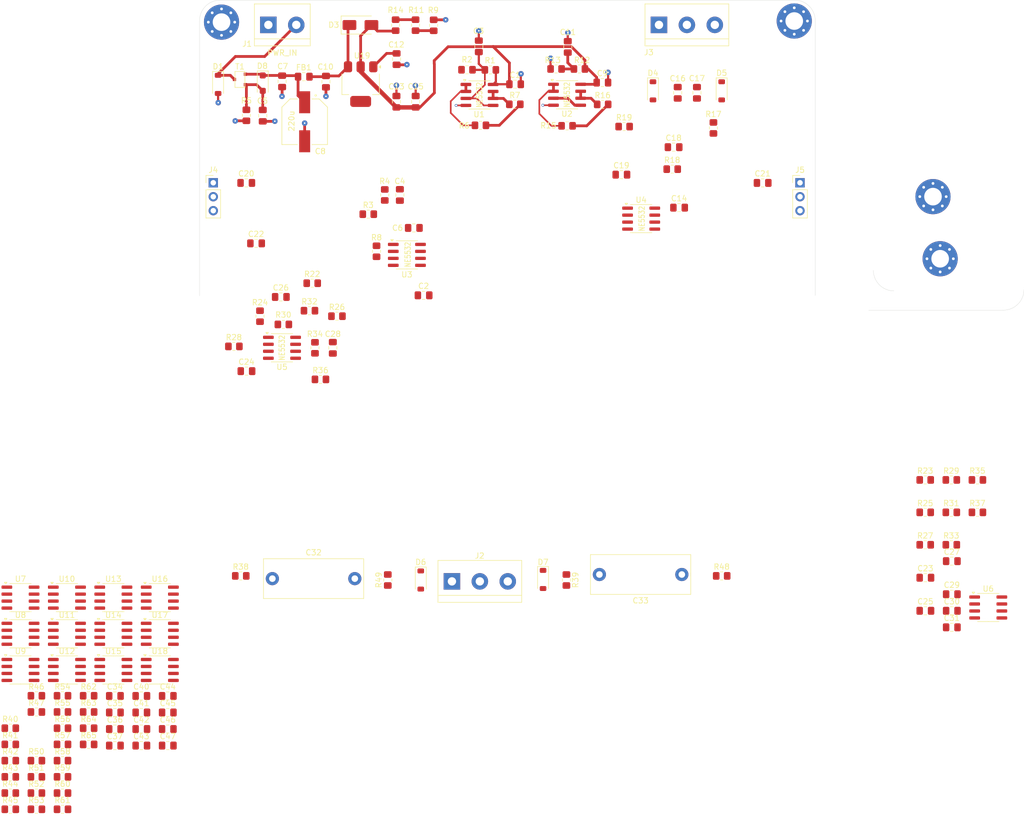
<source format=kicad_pcb>
(kicad_pcb (version 20240108) (generator "pcbnew") (generator_version "8.0")
  (layers (0 "F.Cu" signal) (31 "B.Cu" signal) (34 "B.Paste" user) (35 "F.Paste" user) (36 "B.SilkS" user "B.Silkscreen") (37 "F.SilkS" user "F.Silkscreen") (38 "B.Mask" user) (39 "F.Mask" user) (44 "Edge.Cuts" user))
  (net 0 "")
  (net 1 "GND")
  (net 2 "+15V")
  (net 3 "Net-(U1A-+)")
  (net 4 "Net-(U2A-+)")
  (net 5 "Net-(C4-Pad1)")
  (net 6 "AUDIO_IN_LEFT")
  (net 7 "Net-(D8-A)")
  (net 8 "AUDIO_IN_RIGHT")
  (net 9 "Net-(D8-K)")
  (net 10 "Net-(U3A-+)")
  (net 11 "Net-(C18-Pad1)")
  (net 12 "Net-(J5-Pin_1)")
  (net 13 "Net-(D4-A1)")
  (net 14 "INP_BUF_OUT_LEFT")
  (net 15 "Net-(J5-Pin_2)")
  (net 16 "Net-(D3-K)")
  (net 17 "Net-(U5A--)")
  (net 18 "Net-(J5-Pin_3)")
  (net 19 "Net-(U6A--)")
  (net 20 "Net-(U6B--)")
  (net 21 "Net-(J4-Pin_1)")
  (net 22 "INP_BUF_OUT_RIGHT")
  (net 23 "Net-(U19-ADJ)")
  (net 24 "Net-(J4-Pin_2)")
  (net 25 "Net-(U8A--)")
  (net 26 "Net-(U8B--)")
  (net 27 "Net-(C26-Pad2)")
  (net 28 "Net-(U7A--)")
  (net 29 "Net-(C27-Pad2)")
  (net 30 "Net-(C28-Pad2)")
  (net 31 "Net-(J4-Pin_3)")
  (net 32 "Net-(C29-Pad2)")
  (net 33 "AUDIO_OUT_LEFT")
  (net 34 "AUDIO_OUT_RIGHT")
  (net 35 "Net-(C32-Pad1)")
  (net 36 "Net-(D5-A1)")
  (net 37 "Vin")
  (net 38 "Net-(U1A--)")
  (net 39 "VBIAS_LEFT")
  (net 40 "Net-(U1B--)")
  (net 41 "Net-(U2A--)")
  (net 42 "VBIAS_RIGHT")
  (net 43 "Net-(U2B--)")
  (net 44 "Net-(U4A-+)")
  (net 45 "Net-(U3B--)")
  (net 46 "Net-(C33-Pad1)")
  (net 47 "Net-(U3B-+)")
  (net 48 "Net-(U5B--)")
  (net 49 "Net-(U5A-+)")
  (net 50 "Net-(U6A-+)")
  (net 51 "Net-(U6B-+)")
  (net 52 "Net-(U7B--)")
  (net 53 "Net-(U4B-+)")
  (net 54 "Net-(R11-Pad2)")
  (net 55 "PREAMP_OUT_RIGHT")
  (net 56 "PREAMP_OUT_LEFT")
  (net 57 "Net-(U10A--)")
  (net 58 "DRIVER_OUT_LEFT")
  (net 59 "Net-(U9A--)")
  (net 60 "Net-(U9B--)")
  (net 61 "Net-(U10B--)")
  (net 62 "Net-(U11A--)")
  (net 63 "Net-(U11B--)")
  (net 64 "Net-(U12A--)")
  (net 65 "Net-(U12B--)")
  (net 66 "Net-(U13A--)")
  (net 67 "Net-(U13B--)")
  (net 68 "Net-(U14A--)")
  (net 69 "Net-(U14B--)")
  (net 70 "DRIVER_OUT_RIGHT")
  (net 71 "Net-(U15A--)")
  (net 72 "Net-(U15B--)")
  (net 73 "Net-(U16A--)")
  (net 74 "Net-(U16B--)")
  (net 75 "Net-(U17A--)")
  (net 76 "Net-(U17B--)")
  (net 77 "Net-(U18A--)")
  (net 78 "Net-(U18B--)")
  (net 79 "Net-(U4B--)")
  (net 80 "Net-(U5B-+)")
  (footprint "Capacitor_SMD:C_0805_2012Metric_Pad1.18x1.45mm_HandSolder" (layer "F.Cu") (at 86.5375 85.5)
    (property "Reference" "C26")
    (property "Value" "10u")
  )
  (footprint "Package_SO:SOIC-8_3.9x4.9mm_P1.27mm" (layer "F.Cu") (at 47.62 153.365)
    (property "Reference" "U12")
    (property "Value" "NE5532")
  )
  (footprint "Resistor_SMD:R_0805_2012Metric_Pad1.20x1.40mm_HandSolder" (layer "F.Cu") (at 79.25 136.25)
    (property "Reference" "R38")
    (property "Value" "10")
  )
  (footprint "TerminalBlock:TerminalBlock_bornier-3_P5.08mm" (layer "F.Cu") (at 155.34 36)
    (property "Reference" "J3")
    (property "Value" "Audio_IN")
  )
  (footprint "Package_SO:SOIC-8_3.9x4.9mm_P1.27mm" (layer "F.Cu") (at 215.25 142)
    (property "Reference" "U6")
    (property "Value" "NE5532")
  )
  (footprint "TerminalBlock:TerminalBlock_bornier-2_P5.08mm" (layer "F.Cu") (at 84.27 36)
    (property "Reference" "J1")
    (property "Value" "PWR_IN")
  )
  (footprint "Capacitor_SMD:C_0805_2012Metric_Pad1.18x1.45mm_HandSolder" (layer "F.Cu") (at 61.16 161.105)
    (property "Reference" "C41")
    (property "Value" "100n")
  )
  (footprint "Resistor_SMD:R_0805_2012Metric_Pad1.20x1.40mm_HandSolder" (layer "F.Cu") (at 46.82 169.865)
    (property "Reference" "R58")
    (property "Value" "1")
  )
  (footprint "Resistor_SMD:R_0805_2012Metric_Pad1.20x1.40mm_HandSolder" (layer "F.Cu") (at 80.275 52.45 -90)
    (property "Reference" "R5")
    (property "Value" "100k")
  )
  (footprint "Resistor_SMD:R_0805_2012Metric_Pad1.20x1.40mm_HandSolder" (layer "F.Cu") (at 46.82 172.815)
    (property "Reference" "R59")
    (property "Value" "1")
  )
  (footprint "Resistor_SMD:R_0805_2012Metric_Pad1.20x1.40mm_HandSolder" (layer "F.Cu") (at 42.07 175.765)
    (property "Reference" "R52")
    (property "Value" "1")
  )
  (footprint "Capacitor_SMD:C_0805_2012Metric_Pad1.18x1.45mm_HandSolder" (layer "F.Cu") (at 94.75 46.325 90)
    (property "Reference" "C10")
    (property "Value" "100n")
  )
  (footprint "Capacitor_SMD:C_0805_2012Metric_Pad1.18x1.45mm_HandSolder" (layer "F.Cu") (at 61.16 167.125)
    (property "Reference" "C43")
    (property "Value" "100n")
  )
  (footprint "Capacitor_SMD:C_0805_2012Metric_Pad1.18x1.45mm_HandSolder" (layer "F.Cu") (at 148.5 63.25)
    (property "Reference" "C19")
    (property "Value" "4.7u")
  )
  (footprint "Package_SO:SOIC-8_3.9x4.9mm_P1.27mm" (layer "F.Cu") (at 64.52 146.785)
    (property "Reference" "U17")
    (property "Value" "NE5532")
  )
  (footprint "Package_SO:SOIC-8_3.9x4.9mm_P1.27mm" (layer "F.Cu") (at 56.07 146.785)
    (property "Reference" "U14")
    (property "Value" "NE5532")
  )
  (footprint "Resistor_SMD:R_0805_2012Metric_Pad1.20x1.40mm_HandSolder" (layer "F.Cu") (at 208.53 130.59)
    (property "Reference" "R33")
    (property "Value" "1k")
  )
  (footprint "Package_SO:SOIC-8_3.9x4.9mm_P1.27mm" (layer "F.Cu") (at 138.62 48.715)
    (property "Reference" "U2")
    (property "Value" "NE5532")
  )
  (footprint "Diode_SMD:D_SMA" (layer "F.Cu") (at 101.025 36.025)
    (property "Reference" "D3")
    (property "Value" "1N4007")
  )
  (footprint "Capacitor_SMD:C_0805_2012Metric_Pad1.18x1.45mm_HandSolder" (layer "F.Cu") (at 111.075 49.975 -90)
    (property "Reference" "C15")
    (property "Value" "100n")
  )
  (footprint "Capacitor_SMD:C_0805_2012Metric_Pad1.18x1.45mm_HandSolder" (layer "F.Cu") (at 82.0375 75.75)
    (property "Reference" "C22")
    (property "Value" "10u")
  )
  (footprint "Capacitor_SMD:C_0805_2012Metric_Pad1.18x1.45mm_HandSolder" (layer "F.Cu") (at 145.045 46.495)
    (property "Reference" "C9")
    (property "Value" "100n")
  )
  (footprint "Resistor_SMD:R_0805_2012Metric_Pad1.20x1.40mm_HandSolder" (layer "F.Cu") (at 122.8625 54.275)
    (property "Reference" "R6")
    (property "Value" "10")
  )
  (footprint "Diode_SMD:D_SOD-123" (layer "F.Cu") (at 75.125 46.825 -90)
    (property "Reference" "D1")
    (property "Value" "SMF24A" (hide yes))
  )
  (footprint "Resistor_SMD:R_0805_2012Metric_Pad1.20x1.40mm_HandSolder" (layer "F.Cu") (at 42.07 169.865)
    (property "Reference" "R50")
    (property "Value" "1")
  )
  (footprint "Resistor_SMD:R_0805_2012Metric_Pad1.20x1.40mm_HandSolder" (layer "F.Cu") (at 138.5 137 -90)
    (property "Reference" "R39")
    (property "Value" "10k")
  )
  (footprint "Capacitor_SMD:C_0805_2012Metric_Pad1.18x1.45mm_HandSolder" (layer "F.Cu") (at 203.81 136.58)
    (property "Reference" "C23")
    (property "Value" "10u")
  )
  (footprint "Resistor_SMD:R_0805_2012Metric_Pad1.20x1.40mm_HandSolder" (layer "F.Cu") (at 145.095 50.465)
    (property "Reference" "R16")
    (property "Value" "10")
  )
  (footprint "Diode_SMD:D_SOD-123" (layer "F.Cu") (at 112 137 -90)
    (property "Reference" "D6")
    (property "Value" "SMF24A")
  )
  (footprint "Resistor_SMD:R_0805_2012Metric_Pad1.20x1.40mm_HandSolder" (layer "F.Cu") (at 165.25 54.75 -90)
    (property "Reference" "R17")
    (property "Value" "100")
  )
  (footprint "TerminalBlock:TerminalBlock_bornier-3_P5.08mm" (layer "F.Cu") (at 117.67 137.25)
    (property "Reference" "J2")
    (property "Value" "Headphone_IN")
  )
  (footprint "MountingHole:MountingHole_3.2mm_M3_Pad_Via" (layer "F.Cu") (at 75.75 35.5)
    (property "Reference" "H1" (hide yes))
    (property "Value" "MountingHole_Pad" (hide yes))
  )
  (footprint "Capacitor_SMD:C_0805_2012Metric_Pad1.18x1.45mm_HandSolder" (layer "F.Cu") (at 56.35 158.095)
    (property "Reference" "C34")
    (property "Value" "100n")
  )
  (footprint "Resistor_SMD:R_0805_2012Metric_Pad1.20x1.40mm_HandSolder" (layer "F.Cu") (at 37.32 169.865)
    (property "Reference" "R42")
    (property "Value" "1")
  )
  (footprint "Capacitor_THT:C_Rect_L18.0mm_W7.0mm_P15.00mm_FKS3_FKP3" (layer "F.Cu") (at 159.5 136 180)
    (property "Reference" "C33")
    (property "Value" "1u")
  )
  (footprint "Resistor_SMD:R_0805_2012Metric_Pad1.20x1.40mm_HandSolder" (layer "F.Cu") (at 51.57 163.965)
    (property "Reference" "R64")
    (property "Value" "1")
  )
  (footprint "Resistor_SMD:R_0805_2012Metric_Pad1.20x1.40mm_HandSolder" (layer "F.Cu") (at 37.32 163.965)
    (property "Reference" "R40")
    (property "Value" "1")
  )
  (footprint "MountingHole:MountingHole_3.2mm_M3_Pad_Via" (layer "F.Cu") (at 179.952944 35.297056)
    (property "Reference" "H2" (hide yes))
    (property "Value" "MountingHole_Pad" (hide yes))
  )
  (footprint "Resistor_SMD:R_0805_2012Metric_Pad1.20x1.40mm_HandSolder" (layer "F.Cu") (at 96.75 89)
    (property "Reference" "R26")
    (property "Value" "1k")
  )
  (footprint "Package_SO:SOIC-8_3.9x4.9mm_P1.27mm" (layer "F.Cu") (at 39.17 146.785)
    (property "Reference" "U8")
    (property "Value" "NE5532")
  )
  (footprint "Diode_SMD:D_SOD-123" (layer "F.Cu") (at 154.25 48 -90)
    (property "Reference" "D4")
    (property "Value" "SMF24A")
  )
  (footprint "Capacitor_SMD:C_0805_2012Metric_Pad1.18x1.45mm_HandSolder" (layer "F.Cu") (at 80.25 64.75)
    (property "Reference" "C20")
    (property "Value" "10u")
  )
  (footprint "Capacitor_SMD:C_0805_2012Metric_Pad1.18x1.45mm_HandSolder" (layer "F.Cu") (at 65.97 161.105)
    (property "Reference" "C45")
    (property "Value" "100n")
  )
  (footprint "Capacitor_SMD:C_0805_2012Metric_Pad1.18x1.45mm_HandSolder" (layer "F.Cu") (at 208.62 133.57)
    (property "Reference" "C27")
    (property "Value" "10u")
  )
  (footprint "Package_SO:SOIC-8_3.9x4.9mm_P1.27mm" (layer "F.Cu") (at 152.1 71.25)
    (property "Reference" "U4")
    (property "Value" "NE5532")
  )
  (footprint "Capacitor_SMD:C_0805_2012Metric_Pad1.18x1.45mm_HandSolder" (layer "F.Cu") (at 208.62 139.59)
    (property "Reference" "C29")
    (property "Value" "1n")
  )
  (footprint "Resistor_SMD:R_0805_2012Metric_Pad1.20x1.40mm_HandSolder" (layer "F.Cu") (at 46.82 178.715)
    (property "Reference" "R61")
    (property "Value" "1")
  )
  (footprint "Connector_PinHeader_2.54mm:PinHeader_1x03_P2.54mm_Vertical" (layer "F.Cu") (at 74.25 64.725)
    (property "Reference" "J4")
    (property "Value" "Conn_01x03" (hide yes))
  )
  (footprint "Resistor_SMD:R_0805_2012Metric_Pad1.20x1.40mm_HandSolder" (layer "F.Cu") (at 106 137 90)
    (property "Reference" "R49")
    (property "Value" "10k")
  )
  (footprint "Capacitor_SMD:C_0805_2012Metric_Pad1.18x1.45mm_HandSolder" (layer "F.Cu") (at 203.81 142.6)
    (property "Reference" "C25")
    (property "Value" "1n")
  )
  (footprint "Resistor_SMD:R_0805_2012Metric_Pad1.20x1.40mm_HandSolder" (layer "F.Cu") (at 208.53 124.69)
    (property "Reference" "R31")
    (property "Value" "3.3k")
  )
  (footprint "Resistor_SMD:R_0805_2012Metric_Pad1.20x1.40mm_HandSolder" (layer "F.Cu") (at 105.45 66.94 90)
    (property "Reference" "R4")
    (property "Value" "22k")
  )
  (footprint "Resistor_SMD:R_0805_2012Metric_Pad1.20x1.40mm_HandSolder" (layer "F.Cu") (at 124.6625 44.185 180)
    (property "Reference" "R1")
    (property "Value" "2.2k")
  )
  (footprint "Package_SO:SOIC-8_3.9x4.9mm_P1.27mm" (layer "F.Cu") (at 64.52 140.205)
    (property "Reference" "U16")
    (property "Value" "NE5532")
  )
  (footprint "Resistor_SMD:R_0805_2012Metric_Pad1.20x1.40mm_HandSolder" (layer "F.Cu") (at 107.425 36.05 90)
    (property "Reference" "R14")
    (property "Value" "240")
  )
  (footprint "Resistor_SMD:R_0805_2012Metric_Pad1.20x1.40mm_HandSolder" (layer "F.Cu") (at 136.62 44.02 180)
    (property "Reference" "R13")
    (property "Value" "2.2k")
  )
  (footprint "Resistor_SMD:R_0805_2012Metric_Pad1.20x1.40mm_HandSolder" (layer "F.Cu") (at 138.62 54.365)
    (property "Reference" "R15")
    (property "Value" "10")
  )
  (footprint "Resistor_SMD:R_0805_2012Metric_Pad1.20x1.40mm_HandSolder" (layer "F.Cu") (at 46.82 175.765)
    (property "Reference" "R60")
    (property "Value" "1")
  )
  (footprint "Package_SO:SOIC-8_3.9x4.9mm_P1.27mm" (layer "F.Cu") (at 122.6875 48.745)
    (property "Reference" "U1")
    (property "Value" "NE5532")
  )
  (footprint "Connector_PinHeader_2.54mm:PinHeader_1x03_P2.54mm_Vertical" (layer "F.Cu") (at 181 64.725)
    (property "Reference" "J5")
    (property "Value" "Conn_01x03" (hide yes))
  )
  (footprint "Package_SO:SOIC-8_3.9x4.9mm_P1.27mm" (layer "F.Cu") (at 39.17 153.365)
    (property "Reference" "U9")
    (property "Value" "NE5532")
  )
  (footprint "Capacitor_SMD:C_0805_2012Metric_Pad1.18x1.45mm_HandSolder" (layer "F.Cu") (at 65.97 158.095)
    (property "Reference" "C44")
    (property "Value" "100n")
  )
  (footprint "Resistor_SMD:R_0805_2012Metric_Pad1.20x1.40mm_HandSolder" (layer "F.Cu") (at 51.57 158.065)
    (property "Reference" "R62")
    (property "Value" "1")
  )
  (footprint "Resistor_SMD:R_0805_2012Metric_Pad1.20x1.40mm_HandSolder" (layer "F.Cu") (at 78 94.5)
    (property "Reference" "R28")
    (property "Value" "5.6k")
  )
  (footprint "Package_SO:SOIC-8_3.9x4.9mm_P1.27mm" (layer "F.Cu") (at 86.75 94.75)
    (property "Reference" "U5")
    (property "Value" "NE5532")
  )
  (footprint "Resistor_SMD:R_0805_2012Metric_Pad1.20x1.40mm_HandSolder" (layer "F.Cu") (at 166.75 136.25)
    (property "Reference" "R48")
    (property "Value" "10")
  )
  (footprint "Resistor_SMD:R_0805_2012Metric_Pad1.20x1.40mm_HandSolder" (layer "F.Cu") (at 203.78 124.69)
    (property "Reference" "R25")
    (property "Value" "1k")
  )
  (footprint "Resistor_SMD:R_0805_2012Metric_Pad1.20x1.40mm_HandSolder" (layer "F.Cu") (at 92.75 94.75 -90)
    (property "Reference" "R34")
    (property "Value" "3.3k")
  )
  (footprint "Resistor_SMD:R_0805_2012Metric_Pad1.20x1.40mm_HandSolder" (layer "F.Cu") (at 92.25 83)
    (property "Reference" "R22")
    (property "Value" "22k")
  )
  (footprint "Package_SO:SOIC-8_3.9x4.9mm_P1.27mm" (layer "F.Cu") (at 56.07 153.365)
    (property "Reference" "U15")
    (property "Value" "NE5532")
  )
  (footprint "Capacitor_THT:C_Rect_L18.0mm_W7.0mm_P15.00mm_FKS3_FKP3" (layer "F.Cu") (at 85 136.75)
    (property "Reference" "C32")
    (property "Value" "1u")
  )
  (footprint "Capacitor_SMD:C_0805_2012Metric_Pad1.18x1.45mm_HandSolder" (layer "F.Cu") (at 86.775 46.275 -90)
    (property "Reference" "C7")
    (property "Value" "100n")
  )
  (footprint "Resistor_SMD:R_0805_2012Metric_Pad1.20x1.40mm_HandSolder" (layer "F.Cu") (at 37.32 172.815)
    (property "Reference" "R43")
    (property "Value" "1")
  )
  (footprint "Footprint:EEE1EA221UP" (layer "F.Cu") (at 90.875 53.625 -90)
    (property "Reference" "C8")
    (property "Value" "220u")
  )
  (footprint "Resistor_SMD:R_0805_2012Metric_Pad1.20x1.40mm_HandSolder" (layer "F.Cu") (at 37.32 178.715)
    (property "Reference" "R45")
    (property "Value" "1")
  )
  (footprint "Resistor_SMD:R_0805_2012Metric_Pad1.20x1.40mm_HandSolder" (layer "F.Cu") (at 213.28 124.69)
    (property "Reference" "R37")
    (property "Value" "10")
  )
  (footprint "Resistor_SMD:R_0805_2012Metric_Pad1.20x1.40mm_HandSolder" (layer "F.Cu") (at 93.75 100.5)
    (property "Reference" "R36")
    (property "Value" "10")
  )
  (footprint "Resistor_SMD:R_0805_2012Metric_Pad1.20x1.40mm_HandSolder" (layer "F.Cu") (at 208.53 118.79)
    (property "Reference" "R29")
    (property "Value" "5.6k")
  )
  (footprint "Resistor_SMD:R_0805_2012Metric_Pad1.20x1.40mm_HandSolder" (layer "F.Cu") (at 91.75 88)
    (property "Reference" "R32")
    (property "Value" "1k")
  )
  (footprint "Resistor_SMD:R_0805_2012Metric_Pad1.20x1.40mm_HandSolder" (layer "F.Cu") (at 46.82 158.065)
    (property "Reference" "R54")
    (property "Value" "1")
  )
  (footprint "Package_SO:SOIC-8_3.9x4.9mm_P1.27mm" (layer "F.Cu") (at 109.475 77.845)
    (property "Reference" "U3")
    (property "Value" "NE5532")
  )
  (footprint "Resistor_SMD:R_0805_2012Metric_Pad1.20x1.40mm_HandSolder" (layer "F.Cu") (at 42.07 172.815)
    (property "Reference" "R51")
    (property "Value" "1")
  )
  (footprint "Capacitor_SMD:C_0805_2012Metric_Pad1.18x1.45mm_HandSolder" (layer "F.Cu") (at 80.2875 99)
    (property "Reference" "C24")
    (property "Value" "1n")
  )
  (footprint "Capacitor_SMD:C_0805_2012Metric_Pad1.18x1.45mm_HandSolder" (layer "F.Cu") (at 110.7375 72.94 180)
    (property "Reference" "C6")
    (property "Value" "4.7u")
  )
  (footprint "Resistor_SMD:R_0805_2012Metric_Pad1.20x1.40mm_HandSolder" (layer "F.Cu") (at 203.78 118.79)
    (property "Reference" "R23")
    (property "Value" "22k")
  )
  (footprint "Capacitor_SMD:C_0805_2012Metric_Pad1.18x1.45mm_HandSolder" (layer "F.Cu") (at 107.6 42.225 90)
    (property "Reference" "C12")
    (property "Value" "100n")
  )
  (footprint "Resistor_SMD:R_0805_2012Metric_Pad1.20x1.40mm_HandSolder" (layer "F.Cu") (at 120.4125 44.16 180)
    (property "Reference" "R2")
    (property "Value" "2.2k")
  )
  (footprint "Capacitor_SMD:C_0805_2012Metric_Pad1.18x1.45mm_HandSolder" (layer "F.Cu") (at 107.575 49.975 -90)
    (property "Reference" "C13")
    (property "Value" "1u")
  )
  (footprint "Resistor_SMD:R_0805_2012Metric_Pad1.20x1.40mm_HandSolder" (layer "F.Cu") (at 42.07 178.715)
    (property "Reference" "R53")
    (property "Value" "1")
  )
  (footprint "Resistor_SMD:R_0805_2012Metric_Pad1.20x1.40mm_HandSolder" (layer "F.Cu") (at 87 90.5 180)
    (property "Reference" "R30")
    (property "Value" "3.3k")
  )
  (footprint "Resistor_SMD:R_0805_2012Metric_Pad1.20x1.40mm_HandSolder" (layer "F.Cu") (at 46.82 163.965)
    (property "Reference" "R56")
    (property "Value" "1")
  )
  (footprint "MountingHole:MountingHole_3.2mm_M3_Pad_Via" (layer "F.Cu") (at 206.5 78.55)
    (property "Reference" "H4" (hide yes))
    (property "Value" "MountingHole_Pad" (hide yes))
  )
  (footprint "Capacitor_SMD:C_0805_2012Metric_Pad1.18x1.45mm_HandSolder" (layer "F.Cu") (at 61.16 158.095)
    (property "Reference" "C40")
    (property "Value" "100n")
  )
  (footprint "Capacitor_SMD:C_0805_2012Metric_Pad1.18x1.45mm_HandSolder" (layer "F.Cu") (at 56.35 167.125)
    (property "Reference" "C37")
    (property "Value" "100n")
  )
  (footprint "Resistor_SMD:R_0805_2012Metric_Pad1.20x1.40mm_HandSolder" (layer "F.Cu") (at 37.32 166.915)
    (property "Reference" "R41")
    (property "Value" "1")
  )
  (footprint "Capacitor_SMD:C_0805_2012Metric_Pad1.18x1.45mm_HandSolder" (layer "F.Cu") (at 159 69.25)
    (property "Reference" "C14")
    (property "Value" "100n")
  )
  (footprint "Resistor_SMD:R_0805_2012Metric_Pad1.20x1.40mm_HandSolder" (layer "F.Cu") (at 42.07 158.065)
    (property "Reference" "R46")
    (property "Value" "1")
  )
  (footprint "Resistor_SMD:R_0805_2012Metric_Pad1.20x1.40mm_HandSolder" (layer "F.Cu") (at 114.35 36.075 90)
    (property "Reference" "R9")
    (property "Value" "1.3k")
  )
  (footprint "Resistor_SMD:R_0805_2012Metric_Pad1.20x1.40mm_HandSolder" (layer "F.Cu") (at 140.87 44.02 180)
    (property "Reference" "R12")
    (property "Value" "2.2k")
  )
  (footprint "Resistor_SMD:R_0805_2012Metric_Pad1.20x1.40mm_HandSolder" (layer "F.Cu") (at 102.45 70.44)
    (property "Reference" "R3")
    (property "Value" "100")
  )
  (footprint "Capacitor_SMD:C_0805_2012Metric_Pad1.18x1.45mm_HandSolder" (layer "F.Cu") (at 158.75 48.35 90)
    (property "Reference" "C16")
    (property "Value" "100n")
  )
  (footprint "Package_SO:SOIC-8_3.9x4.9mm_P1.27mm" (layer "F.Cu") (at 56.07 140.205)
    (property "Reference" "U13")
    (property "Value" "NE5532")
  )
  (footprint "Resistor_SMD:R_0805_2012Metric_Pad1.20x1.40mm_HandSolder" (layer "F.Cu") (at 46.82 166.915)
    (property "Reference" "R57")
    (property "Value" "1")
  )
  (footprint "Resistor_SMD:R_0805_2012Metric_Pad1.20x1.40mm_HandSolder" (layer "F.Cu") (at 82.75 89 90)
    (property "Reference" "R24")
    (property "Value" "1k")
  )
  (footprint "Capacitor_SMD:C_0805_2012Metric_Pad1.18x1.45mm_HandSolder" (layer "F.Cu") (at 83.25 52.5125 -90)
    (property "Reference" "C5")
    (property "Value" "10u")
  )
  (footprint "Resistor_SMD:R_0805_2012Metric_Pad1.20x1.40mm_HandSolder" (layer "F.Cu") (at 51.57 166.915)
    (property "Reference" "R65")
    (property "Value" "1")
  )
  (footprint "Package_SO:SOIC-8_3.9x4.9mm_P1.27mm" (layer "F.Cu") (at 64.52 153.365)
    (property "Reference" "U18")
    (property "Value" "NE5532")
  )
  (footprint "Capacitor_SMD:C_0805_2012Metric_Pad1.18x1.45mm_HandSolder" (layer "F.Cu") (at 122.5625 39.9 90)
    (property "Reference" "C3")
    (property "Value" "10u")
  )
  (footprint "Package_SO:SOIC-8_3.9x4.9mm_P1.27mm" (layer "F.Cu") (at 47.62 146.785)
    (property "Reference" "U11")
    (property "Value" "NE5532")
  )
  (footprint "MountingHole:MountingHole_3.2mm_M3_Pad_Via" (layer "F.Cu") (at 205.197056 67.247056)
    (property "Reference" "H3" (hide yes))
    (property "Value" "MountingHole_Pad" (hide yes))
  )
  (footprint "Package_TO_SOT_SMD:SOT-223" (layer "F.Cu") (at 101.0625 46.775 -90)
    (property "Reference" "U19")
    (property "Value" "LM317_TO-252")
  )
  (footprint "Capacitor_SMD:C_0805_2012Metric_Pad1.18x1.45mm_HandSolder" (layer "F.Cu") (at 162.25 48.35 90)
    (property "Reference" "C17")
    (property "Value" "100n")
  )
  (footprint "Capacitor_SMD:C_0805_2012Metric_Pad1.18x1.45mm_HandSolder" (layer "F.Cu") (at 61.16 164.115)
    (property "Reference" "C42")
    (property "Value" "100n")
  )
  (footprint "Resistor_SMD:R_0805_2012Metric_Pad1.20x1.40mm_HandSolder" (layer "F.Cu") (at 42.07 161.015)
    (property "Reference" "R47")
    (property "Value" "1")
  )
  (footprint "Capacitor_SMD:C_0805_2012Metric_Pad1.18x1.45mm_HandSolder" (layer "F.Cu") (at 56.35 161.105)
    (property "Reference" "C35")
    (property "Value" "100n")
  )
  (footprint "Resistor_SMD:R_0805_2012Metric_Pad1.20x1.40mm_HandSolder" (layer "F.Cu") (at 203.78 130.59)
    (property "Reference" "R27")
    (property "Value" "1k")
  )
  (footprint "Capacitor_SMD:C_0805_2012Metric_Pad1.18x1.45mm_HandSolder" (layer "F.Cu") (at 138.745 40.0025 90)
    (property "Reference" "C11")
    (property "Value" "10u")
  )
  (footprint "Capacitor_SMD:C_0805_2012Metric_Pad1.18x1.45mm_HandSolder" (layer "F.Cu") (at 208.62 142.6)
    (property "Reference" "C30")
    (property "Value" "100n")
  )
  (footprint "Capacitor_SMD:C_0805_2012Metric_Pad1.18x1.45mm_HandSolder" (layer "F.Cu") (at 56.35 164.115)
    (property "Reference" "C36")
    (property "Value" "100n")
  )
  (footprint "Diode_SMD:D_SOD-123" (layer "F.Cu") (at 134.25 136.9 -90)
    (property "Reference" "D7")
    (property "Value" "SMF24A")
  )
  (footprint "Resistor_SMD:R_0805_2012Metric_Pad1.20x1.40mm_HandSolder" (layer "F.Cu") (at 51.57 161.015)
    (property "Reference" "R63")
    (property "Value" "1")
  )
  (footprint "Capacitor_SMD:C_0805_2012Metric_Pad1.18x1.45mm_HandSolder" (layer "F.Cu") (at 96 94.75 90)
    (property "Reference" "C28")
    (property "Value" "1n")
  )
  (footprint "Capacitor_SMD:C_0805_2012Metric_Pad1.18x1.45mm_HandSolder" (layer "F.Cu") (at 108.2 66.94 90)
    (property "Reference" "C4")
    (property "Value" "1n")
  )
  (footprint "Footprint:SSM3J338R_LF" (layer "F.Cu") (at 79.1 45.925 90)
    (property "Reference" "T1")
    (property "Value" "SSM3J338R_LF" (hide yes))
  )
  (footprint "Resistor_SMD:R_0805_2012Metric_Pad1.20x1.40mm_HandSolder" (layer "F.Cu") (at 111.05 36.05 -90)
    (property "Reference" "R11")
    (property "Value" "1.3k")
  )
  (footprint "Capacitor_SMD:C_0805_2012Metric_Pad1.18x1.45mm_HandSolder" (layer "F.Cu") (at 65.97 164.115)
    (property "Reference" "C46")
    (property "Value" "100n")
  )
  (footprint "Capacitor_SMD:C_0805_2012Metric_Pad1.18x1.45mm_HandSolder" (layer "F.Cu") (at 208.62 145.61)
    (property "Reference" "C31")
    (property "Value" "100n")
  )
  (footprint "Diode_SMD:D_SOD-123F" (layer "F.Cu") (at 83.25 46.6 -90)
    (property "Reference" "D8")
    (property "Value" "BZT52C7V5S" (hide yes))
  )
  (footprint "Capacitor_SMD:C_0805_2012Metric_Pad1.18x1.45mm_HandSolder" (layer "F.Cu") (at 65.97 167.125)
    (property "Reference" "C47")
    (property "Value" "100n")
  )
  (footprint "Resistor_SMD:R_0805_2012Metric_Pad1.20x1.40mm_HandSolder" (layer "F.Cu") (at 149 54.5)
    (property "Reference" "R19")
    (property "Value" "22k")
  )
  (footprint "Package_SO:SOIC-8_3.9x4.9mm_P1.27mm" (layer "F.Cu") (at 47.62 140.205)
    (property "Reference" "U10")
    (property "Value" "NE5532")
  )
  (footprint "Resistor_SMD:R_0805_2012Metric_Pad1.20x1.40mm_HandSolder" (layer "F.Cu") (at 37.32 175.765)
    (property "Reference" "R44")
    (property "Value" "1")
  )
  (footprint "Resistor_SMD:R_0805_2012Metric_Pad1.20x1.40mm_HandSolder" (layer "F.Cu") (at 213.28 118.79)
    (property "Reference" "R35")
    (property "Value" "3.3k")
  )
  (footprint "Capacitor_SMD:C_0805_2012Metric_Pad1.18x1.45mm_HandSolder" (layer "F.Cu") (at 174.2 64.75)
    (property "Reference" "C21")
    (property "Value" "10u")
  )
  (footprint "Resistor_SMD:R_0805_2012Metric_Pad1.20x1.40mm_HandSolder" (layer "F.Cu") (at 46.82 161.015)
    (property "Reference" "R55")
    (property "Value" "1")
  )
  (footprint "Package_SO:SOIC-8_3.9x4.9mm_P1.27mm" (layer "F.Cu") (at 39.17 140.205)
    (property "Reference" "U7")
    (property "Value" "NE5532")
  )
  (footprint "Resistor_SMD:R_0805_2012Metric_Pad1.20x1.40mm_HandSolder" (layer "F.Cu") (at 129.1125 50.45)
    (property "Reference" "R7")
    (property "Value" "10")
  )
  (footprint "Diode_SMD:D_SOD-123" (layer "F.Cu") (at 166.75 48 -90)
    (property "Reference" "D5")
    (property "Value" "SMF24A")
  )
  (footprint "Capacitor_SMD:C_0805_2012Metric_Pad1.18x1.45mm_HandSolder" (layer "F.Cu") (at 90.7125 45.425)
    (property "Reference" "FB1")
    (property "Value" "BLM21PG121SN1D")
  )
  (footprint "Capacitor_SMD:C_0805_2012Metric_Pad1.18x1.45mm_HandSolder" (layer "F.Cu") (at 112.5125 85.205)
    (property "Reference" "C2")
    (property "Value" "100n")
  )
  (footprint "Resistor_SMD:R_0805_2012Metric_Pad1.20x1.40mm_HandSolder" (layer "F.Cu") (at 103.95 77.19 -90)
    (property "Reference" "R8")
    (property "Value" "22k")
  )
  (footprint "Resistor_SMD:R_0805_2012Metric_Pad1.20x1.40mm_HandSolder" (layer "F.Cu") (at 157.75 62.25)
    (property "Reference" "R18")
    (property "Value" "22k")
  )
  (footprint "Capacitor_SMD:C_0805_2012Metric_Pad1.18x1.45mm_HandSolder" (layer "F.Cu") (at 158 58.25)
    (property "Reference" "C18")
    (property "Value" "1n")
  )
  (footprint "Capacitor_SMD:C_0805_2012Metric_Pad1.18x1.45mm_HandSolder" (layer "F.Cu") (at 129.1625 46.8)
    (property "Reference" "C1")
    (property "Value" "100n")
  )
  (gr_arc (start 71.75 35.25) (mid 72.84835 32.59835) (end 75.5 31.5) (stroke (width 0.05)) (layer "Edge.Cuts"))
  (gr_arc (start 198.1 84.4) (mid 195.44835 83.30165) (end 194.35 80.65) (stroke (width 0.05)) (layer "Edge.Cuts"))
  (gr_line (start 71.75 85.3) (end 71.75 35.3) (stroke (width 0.05)) (layer "Edge.Cuts"))
  (gr_arc (start 180.027944 31.497056) (mid 182.679581 32.595419) (end 183.777944 35.247056) (stroke (width 0.05)) (layer "Edge.Cuts"))
  (gr_line (start 193.5 87.9) (end 218 87.9) (stroke (width 0.05)) (layer "Edge.Cuts"))
  (gr_line (start 183.775 85.25) (end 183.775 35.25) (stroke (width 0.05)) (layer "Edge.Cuts"))
  (gr_arc (start 221.75 84.15) (mid 220.65165 86.80165) (end 218 87.9) (stroke (width 0.05)) (layer "Edge.Cuts"))
  (gr_line (start 75.5 31.5) (end 180 31.5) (stroke (width 0.05)) (layer "Edge.Cuts"))
  (segment (start 85.425 53.55) (end 85.45 53.525) (width 0.5) (layer "F.Cu") (net 1))
  (segment (start 107.6 43.2625) (end 109.4375 43.2625) (width 0.5) (layer "F.Cu") (net 1))
  (segment (start 75.125 48.475) (end 75.125 50.125) (width 0.4) (layer "F.Cu") (net 1))
  (segment (start 135.62 44.02) (end 135.62 42.065) (width 0.4) (layer "F.Cu") (net 1))
  (segment (start 122.5625 37.075) (end 122.5625 38.8625) (width 0.4) (layer "F.Cu") (net 1))
  (segment (start 146.0825 46.495) (end 146.0825 44.6525) (width 0.4) (layer "F.Cu") (net 1))
  (segment (start 111.075 48.9375) (end 111.075 47.1) (width 0.4) (layer "F.Cu") (net 1))
  (segment (start 109.4375 43.2625) (end 109.475 43.225) (width 0.5) (layer "F.Cu") (net 1))
  (segment (start 111.075 47.1) (end 111.025 47.05) (width 0.4) (layer "F.Cu") (net 1))
  (segment (start 78.275 53.45) (end 78.25 53.475) (width 0.5) (layer "F.Cu") (net 1))
  (segment (start 86.775 47.3125) (end 86.775 48.975) (width 0.5) (layer "F.Cu") (net 1))
  (segment (start 130.2 46.8) (end 130.2 44.9375) (width 0.4) (layer "F.Cu") (net 1))
  (segment (start 75.125 50.125) (end 75.15 50.15) (width 0.4) (layer "F.Cu") (net 1))
  (segment (start 90.875 53.875) (end 90.875 57.175) (width 0.5) (layer "F.Cu") (net 1))
  (segment (start 134.225 50.62) (end 134.22 50.615) (width 0.3) (layer "F.Cu") (net 1))
  (segment (start 120.2125 50.65) (end 118.4375 50.65) (width 0.3) (layer "F.Cu") (net 1))
  (segment (start 83.25 53.55) (end 85.425 53.55) (width 0.5) (layer "F.Cu") (net 1))
  (segment (start 146.0825 44.6525) (end 146.07 44.64) (width 0.4) (layer "F.Cu") (net 1))
  (segment (start 130.2 44.9375) (end 130.2375 44.9) (width 0.4) (layer "F.Cu") (net 1))
  (segment (start 138.745 37.44) (end 138.77 37.415) (width 0.4) (layer "F.Cu") (net 1))
  (segment (start 114.35 35.075) (end 116.525 35.075) (width 0.5) (layer "F.Cu") (net 1))
  (segment (start 94.75 47.5875) (end 94.75 49.25) (width 0.5) (layer "F.Cu") (net 1))
  (segment (start 107.575 48.9375) (end 107.575 47) (width 0.4) (layer "F.Cu") (net 1))
  (segment (start 138.745 38.965) (end 138.745 37.44) (width 0.4) (layer "F.Cu") (net 1))
  (segment (start 86.775 48.975) (end 86.75 49) (width 0.5) (layer "F.Cu") (net 1))
  (segment (start 80.275 53.45) (end 78.275 53.45) (width 0.5) (layer "F.Cu") (net 1))
  (segment (start 136.145 50.62) (end 134.225 50.62) (width 0.3) (layer "F.Cu") (net 1))
  (via (at 109.475 43.225) (size 1) (drill 0.3) (layers "F.Cu" "B.Cu") (net 1))
  (via (at 107.575 47) (size 1) (drill 0.3) (layers "F.Cu" "B.Cu") (net 1))
  (via (at 135.62 42.065) (size 1) (drill 0.3) (layers "F.Cu" "B.Cu") (net 1))
  (via (at 75.15 50.15) (size 1) (drill 0.3) (layers "F.Cu" "B.Cu") (net 1))
  (via (at 122.5625 37.075) (size 1) (drill 0.3) (layers "F.Cu" "B.Cu") (net 1))
  (via (at 118.4375 50.65) (size 0.5) (drill 0.3) (layers "F.Cu" "B.Cu") (net 1))
  (via (at 90.875 53.875) (size 1) (drill 0.3) (layers "F.Cu" "B.Cu") (net 1))
  (via (at 130.2375 44.9) (size 1) (drill 0.3) (layers "F.Cu" "B.Cu") (net 1))
  (via (at 85.45 53.525) (size 1) (drill 0.3) (layers "F.Cu" "B.Cu") (net 1))
  (via (at 111.025 47.05) (size 1) (drill 0.3) (layers "F.Cu" "B.Cu") (net 1))
  (via (at 146.07 44.64) (size 1) (drill 0.3) (layers "F.Cu" "B.Cu") (net 1))
  (via (at 138.77 37.415) (size 1) (drill 0.3) (layers "F.Cu" "B.Cu") (net 1))
  (via (at 134.22 50.615) (size 0.5) (drill 0.3) (layers "F.Cu" "B.Cu") (net 1))
  (via (at 86.75 49) (size 1) (drill 0.3) (layers "F.Cu" "B.Cu") (net 1))
  (via (at 94.75 49) (size 1) (drill 0.3) (layers "F.Cu" "B.Cu") (net 1))
  (via (at 116.525 35.075) (size 1) (drill 0.3) (layers "F.Cu" "B.Cu") (net 1))
  (via (at 78.25 53.475) (size 1) (drill 0.3) (layers "F.Cu" "B.Cu") (net 1))
  (segment (start 107.35 37.125) (end 107.425 37.05) (width 0.5) (layer "F.Cu") (net 2))
  (segment (start 111.075 51.0125) (end 111.8375 51.0125) (width 0.5) (layer "F.Cu") (net 2))
  (segment (start 125.6625 46.34) (end 125.1625 46.84) (width 0.4) (layer "F.Cu") (net 2))
  (segment (start 125.1625 39.95) (end 128.125 42.9125) (width 0.5) (layer "F.Cu") (net 2))
  (segment (start 103.025 36.025) (end 101.05 38) (width 0.5) (layer "F.Cu") (net 2))
  (segment (start 121.7875 39.95) (end 125.1625 39.95) (width 0.5) (layer "F.Cu") (net 2))
  (segment (start 114.475 48.375) (end 114.475 43.125) (width 0.5) (layer "F.Cu") (net 2))
  (segment (start 104.125 37.125) (end 107.35 37.125) (width 0.5) (layer "F.Cu") (net 2))
  (segment (start 114.475 43.125) (end 114.45 43.1) (width 0.4) (layer "F.Cu") (net 2))
  (segment (start 101.0625 38.1125) (end 101.0625 43.625) (width 0.5) (layer "F.Cu") (net 2))
  (segment (start 128.125 42.9125) (end 128.125 46.8) (width 0.5) (layer "F.Cu") (net 2))
  (segment (start 139.396166 39.9525) (end 141.87 42.426334) (width 0.5) (layer "F.Cu") (net 2))
  (segment (start 114.45 42.5) (end 116.975 39.975) (width 0.5) (layer "F.Cu") (net 2))
  (segment (start 128.125 46.8) (end 125.2025 46.8) (width 0.4) (layer "F.Cu") (net 2))
  (segment (start 125.1625 39.95) (end 125.165 39.9525) (width 0.4) (layer "F.Cu") (net 2))
  (segment (start 125.6625 44.185) (end 125.6625 46.34) (width 0.4) (layer "F.Cu") (net 2))
  (segment (start 141.87 42.426334) (end 141.87 44.02) (width 0.5) (layer "F.Cu") (net 2))
  (segment (start 143.6925 46.81) (end 144.0075 46.495) (width 0.5) (layer "F.Cu") (net 2))
  (segment (start 141.87 44.02) (end 142.475 44.02) (width 0.5) (layer "F.Cu") (net 2))
  (segment (start 144.0075 45.5525) (end 144.0075 46.495) (width 0.5) (layer "F.Cu") (net 2))
  (segment (start 125.2025 46.8) (end 125.1625 46.84) (width 0.4) (layer "F.Cu") (net 2))
  (segment (start 103.025 36.025) (end 104.125 37.125) (width 0.5) (layer "F.Cu") (net 2))
  (segment (start 101.05 38) (end 101.05 38.1) (width 0.5) (layer "F.Cu") (net 2))
  (segment (start 107.575 51.0125) (end 111.075 51.0125) (width 0.8) (layer "F.Cu") (net 2))
  (segment (start 121.7625 39.975) (end 121.7875 39.95) (width 0.4) (layer "F.Cu") (net 2))
  (segment (start 125.165 39.9525) (end 139.396166 39.9525) (width 0.5) (layer "F.Cu") (net 2))
  (segment (start 101.0625 44.5) (end 107.575 51.0125) (width 0.8) (layer "F.Cu") (net 2))
  (segment (start 142.475 44.02) (end 144.0075 45.5525) (width 0.5) (layer "F.Cu") (net 2))
  (segment (start 111.8375 51.0125) (end 114.475 48.375) (width 0.5) (layer "F.Cu") (net 2))
  (segment (start 141.095 46.81) (end 143.6925 46.81) (width 0.5) (layer "F.Cu") (net 2))
  (segment (start 101.05 38.1) (end 101.0625 38.1125) (width 0.5) (layer "F.Cu") (net 2))
  (segment (start 114.45 43.1) (end 114.45 42.5) (width 0.5) (layer "F.Cu") (net 2))
  (segment (start 116.975 39.975) (end 121.7625 39.975) (width 0.5) (layer "F.Cu") (net 2))
  (segment (start 101.0625 43.625) (end 101.0625 44.5) (width 0.5) (layer "F.Cu") (net 2))
  (segment (start 120.2125 49.38) (end 122.1925 49.38) (width 0.3) (layer "F.Cu") (net 3))
  (segment (start 122.5625 40.9375) (end 122.5625 43.085) (width 0.4) (layer "F.Cu") (net 3))
  (segment (start 121.4375 44.185) (end 121.4125 44.16) (width 0.4) (layer "F.Cu") (net 3))
  (segment (start 122.5625 43.085) (end 123.6625 44.185) (width 0.4) (layer "F.Cu") (net 3))
  (segment (start 123.6625 44.185) (end 121.4375 44.185) (width 0.4) (layer "F.Cu") (net 3))
  (segment (start 123.6625 46.904999) (end 123.6625 44.185) (width 0.3) (layer "F.Cu") (net 3))
  (segment (start 120.2125 49.38) (end 121.187499 49.38) (width 0.3) (layer "F.Cu") (net 3))
  (segment (start 122.1925 49.38) (end 123.4625 50.65) (width 0.3) (layer "F.Cu") (net 3))
  (segment (start 123.4625 50.65) (end 125.1625 50.65) (width 0.3) (layer "F.Cu") (net 3))
  (segment (start 121.187499 49.38) (end 123.6625 46.904999) (width 0.3) (layer "F.Cu") (net 3))
  (segment (start 139.87 44.02) (end 139.87 44.015) (width 0.5) (layer "F.Cu") (net 4))
  (segment (start 137.62 44.02) (end 139.87 44.02) (width 0.5) (layer "F.Cu") (net 4))
  (segment (start 140.025 50.62) (end 138.755 49.35) (width 0.5) (layer "F.Cu") (net 4))
  (segment (start 138.745 42.89) (end 138.745 41.04) (width 0.5) (layer "F.Cu") (net 4))
  (segment (start 138.755 49.35) (end 136.145 49.35) (width 0.5) (layer "F.Cu") (net 4))
  (segment (start 141.095 50.62) (end 140.025 50.62) (width 0.5) (layer "F.Cu") (net 4))
  (segment (start 139.87 44.015) (end 138.745 42.89) (width 0.5) (layer "F.Cu") (net 4))
  (segment (start 80.275 51.45) (end 80.275 47.05) (width 0.5) (layer "F.Cu") (net 7))
  (segment (start 80.275 47.05) (end 80.1 46.875) (width 0.5) (layer "F.Cu") (net 7))
  (segment (start 83.25 48) (end 83.25 51.475) (width 0.5) (layer "F.Cu") (net 7))
  (segment (start 80.1 46.875) (end 82.125 46.875) (width 0.5) (layer "F.Cu") (net 7))
  (segment (start 82.125 46.875) (end 83.25 48) (width 0.5) (layer "F.Cu") (net 7))
  (segment (start 86.775 45.2375) (end 89.4875 45.2375) (width 0.5) (layer "F.Cu") (net 9))
  (segment (start 89.675 48.875) (end 90.875 50.075) (width 0.5) (layer "F.Cu") (net 9))
  (segment (start 89.4875 45.2375) (end 89.675 45.425) (width 0.5) (layer "F.Cu") (net 9))
  (segment (start 83.025 44.975) (end 83.25 45.2) (width 0.5) (layer "F.Cu") (net 9))
  (segment (start 80.1 44.975) (end 83.025 44.975) (width 0.5) (layer "F.Cu") (net 9))
  (segment (start 89.675 45.425) (end 89.675 48.875) (width 0.5) (layer "F.Cu") (net 9))
  (segment (start 83.25 45.2) (end 86.7375 45.2) (width 0.5) (layer "F.Cu") (net 9))
  (segment (start 86.7375 45.2) (end 86.775 45.2375) (width 0.5) (layer "F.Cu") (net 9))
  (segment (start 91.75 45.425) (end 94.6125 45.425) (width 0.5) (layer "F.Cu") (net 16))
  (segment (start 98.7625 43.625) (end 98.7625 36.2875) (width 0.5) (layer "F.Cu") (net 16))
  (segment (start 97.1 45.2875) (end 98.7625 43.625) (width 0.5) (layer "F.Cu") (net 16))
  (segment (start 94.75 45.2875) (end 97.1 45.2875) (width 0.5) (layer "F.Cu") (net 16))
  (segment (start 94.6125 45.425) (end 94.75 45.2875) (width 0.5) (layer "F.Cu") (net 16))
  (segment (start 98.7625 36.2875) (end 99.025 36.025) (width 0.5) (layer "F.Cu") (net 16))
  (segment (start 107.425 35.05) (end 111.05 35.05) (width 0.5) (layer "F.Cu") (net 23))
  (segment (start 105.8 41.1875) (end 103.3625 43.625) (width 0.5) (layer "F.Cu") (net 23))
  (segment (start 107.6 41.1875) (end 105.8 41.1875) (width 0.5) (layer "F.Cu") (net 23))
  (segment (start 110.55 35.05) (end 110.575 35.075) (width 0.5) (layer "F.Cu") (net 23))
  (segment (start 75.125 44.9) (end 75.125 45.175) (width 0.5) (layer "F.Cu") (net 37))
  (segment (start 75.125 45.175) (end 77.35 45.175) (width 0.5) (layer "F.Cu") (net 37))
  (segment (start 77.35 45.175) (end 78.1 45.925) (width 0.5) (layer "F.Cu") (net 37))
  (segment (start 89.35 36) (end 83.6 41.75) (width 0.5) (layer "F.Cu") (net 37))
  (segment (start 83.6 41.75) (end 78.275 41.75) (width 0.5) (layer "F.Cu") (net 37))
  (segment (start 78.275 41.75) (end 75.125 44.9) (width 0.5) (layer "F.Cu") (net 37))
  (segment (start 121.8625 54.275) (end 119.7125 54.275) (width 0.3) (layer "F.Cu") (net 38))
  (segment (start 119.7125 54.275) (end 117.45 52.0125) (width 0.3) (layer "F.Cu") (net 38))
  (segment (start 119.237501 48.11) (end 120.2125 48.11) (width 0.3) (layer "F.Cu") (net 38))
  (segment (start 120.2125 48.11) (end 120.2125 46.84) (width 0.5) (layer "F.Cu") (net 38))
  (segment (start 117.45 52.0125) (end 117.45 49.897501) (width 0.3) (layer "F.Cu") (net 38))
  (segment (start 117.45 49.897501) (end 119.237501 48.11) (width 0.3) (layer "F.Cu") (net 38))
  (segment (start 123.8625 54.275) (end 126.2875 54.275) (width 0.5) (layer "F.Cu") (net 39))
  (segment (start 126.2875 54.275) (end 130.1125 50.45) (width 0.5) (layer "F.Cu") (net 39))
  (segment (start 125.1625 48.11) (end 125.1625 49.38) (width 0.5) (layer "F.Cu") (net 40))
  (segment (start 128.1125 50.45) (end 127.0425 49.38) (width 0.5) (layer "F.Cu") (net 40))
  (segment (start 127.0425 49.38) (end 125.1625 49.38) (width 0.5) (layer "F.Cu") (net 40))
  (segment (start 135.170001 48.08) (end 136.145 48.08) (width 0.3) (layer "F.Cu") (net 41))
  (segment (start 137.62 54.365) (end 135.77 54.365) (width 0.3) (layer "F.Cu") (net 41))
  (segment (start 133.575 52.17) (end 133.575 49.675001) (width 0.3) (layer "F.Cu") (net 41))
  (segment (start 135.77 54.365) (end 133.575 52.17) (width 0.3) (layer "F.Cu") (net 41))
  (segment (start 133.575 49.675001) (end 135.170001 48.08) (width 0.3) (layer "F.Cu") (net 41))
  (segment (start 136.145 48.08) (end 136.145 46.81) (width 0.5) (layer "F.Cu") (net 41))
  (segment (start 139.62 54.365) (end 142.195 54.365) (width 0.5) (layer "F.Cu") (net 42))
  (segment (start 142.195 54.365) (end 146.095 50.465) (width 0.5) (layer "F.Cu") (net 42))
  (segment (start 142.98 49.35) (end 141.095 49.35) (width 0.5) (layer "F.Cu") (net 43))
  (segment (start 141.095 49.35) (end 141.095 48.08) (width 0.5) (layer "F.Cu") (net 43))
  (segment (start 144.095 50.465) (end 142.98 49.35) (width 0.5) (layer "F.Cu") (net 43))
  (segment (start 111.05 37.05) (end 114.325 37.05) (width 0.5) (layer "F.Cu") (net 54))
  (segment (start 114.325 37.05) (end 114.35 37.075) (width 0.5) (layer "F.Cu") (net 54))
)
</source>
